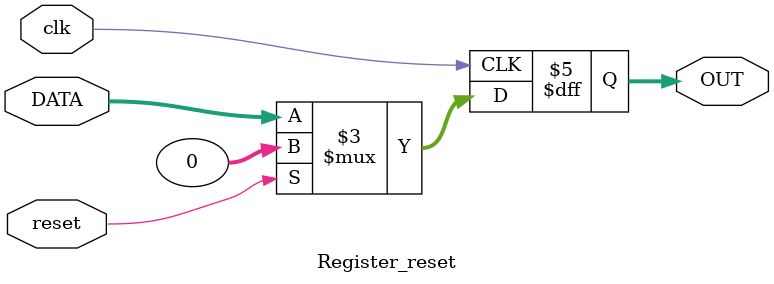
<source format=v>
module Register_reset #(parameter WIDTH = 32) (
	input clk, reset,
	input [WIDTH-1:0] DATA,
	output reg [WIDTH-1:0] OUT
);

	always @(posedge clk) begin
		if (reset) begin
			OUT <= 0;
		end else begin
			OUT <= DATA;
		end
	end
	
endmodule 
</source>
